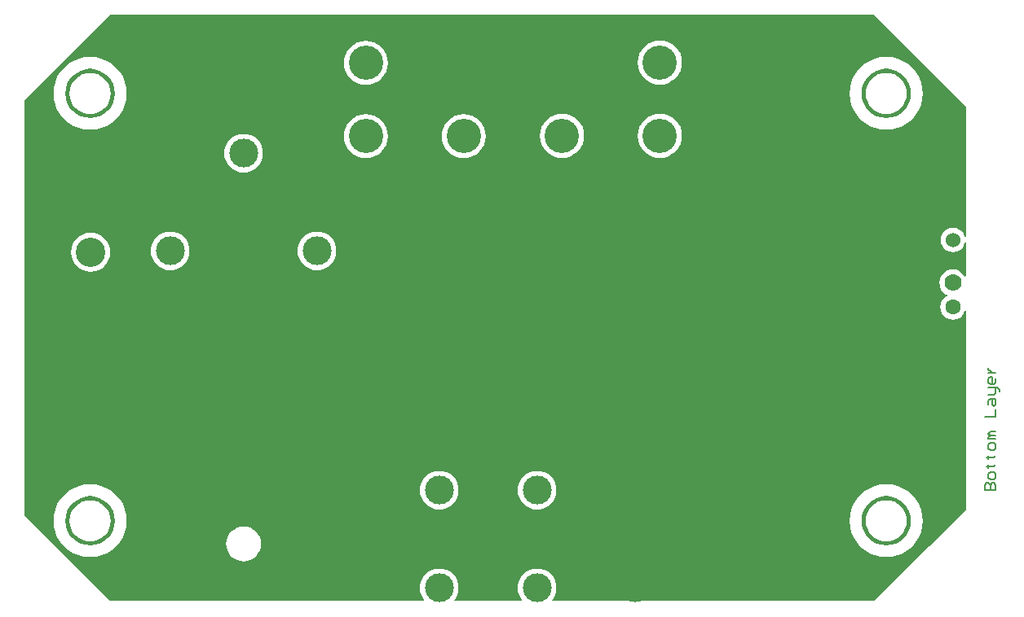
<source format=gbl>
%FSLAX23Y23*%
%MOIN*%
G70*
G01*
G75*
G04 Layer_Physical_Order=2*
G04 Layer_Color=16711680*
%ADD10C,0.150*%
%ADD11C,0.050*%
%ADD12C,0.120*%
%ADD13C,0.020*%
%ADD14C,0.005*%
%ADD15C,0.120*%
%ADD16C,0.063*%
%ADD17C,0.070*%
%ADD18C,0.060*%
%ADD19C,0.118*%
%ADD20C,0.118*%
%ADD21C,0.140*%
G36*
X3954Y2072D02*
Y2047D01*
Y1536D01*
X3949Y1536D01*
X3949Y1538D01*
X3944Y1550D01*
X3936Y1561D01*
X3925Y1569D01*
X3913Y1574D01*
X3900Y1575D01*
X3887Y1574D01*
X3875Y1569D01*
X3864Y1561D01*
X3856Y1550D01*
X3851Y1538D01*
X3850Y1525D01*
X3851Y1512D01*
X3856Y1500D01*
X3864Y1489D01*
X3875Y1481D01*
X3887Y1476D01*
X3900Y1475D01*
X3913Y1476D01*
X3925Y1481D01*
X3936Y1489D01*
X3944Y1500D01*
X3949Y1512D01*
X3949Y1514D01*
X3954Y1514D01*
Y1376D01*
X3949Y1375D01*
X3948Y1378D01*
X3939Y1389D01*
X3928Y1398D01*
X3914Y1404D01*
X3900Y1405D01*
X3886Y1404D01*
X3872Y1398D01*
X3861Y1389D01*
X3852Y1378D01*
X3846Y1364D01*
X3845Y1350D01*
X3846Y1336D01*
X3852Y1322D01*
X3861Y1311D01*
X3872Y1302D01*
X3876Y1301D01*
Y1296D01*
X3874Y1295D01*
X3863Y1287D01*
X3855Y1276D01*
X3850Y1263D01*
X3848Y1250D01*
X3850Y1237D01*
X3855Y1224D01*
X3863Y1213D01*
X3874Y1205D01*
X3887Y1200D01*
X3900Y1198D01*
X3913Y1200D01*
X3926Y1205D01*
X3937Y1213D01*
X3945Y1224D01*
X3949Y1234D01*
X3954Y1233D01*
Y422D01*
X3804Y272D01*
X3579Y47D01*
X2265D01*
X2262Y52D01*
X2266Y56D01*
X2273Y70D01*
X2278Y85D01*
X2279Y100D01*
X2278Y115D01*
X2273Y130D01*
X2266Y144D01*
X2256Y156D01*
X2244Y166D01*
X2230Y173D01*
X2215Y178D01*
X2200Y179D01*
X2185Y178D01*
X2170Y173D01*
X2156Y166D01*
X2144Y156D01*
X2134Y144D01*
X2127Y130D01*
X2122Y115D01*
X2121Y100D01*
X2122Y85D01*
X2127Y70D01*
X2134Y56D01*
X2138Y52D01*
X2135Y47D01*
X1865D01*
X1862Y52D01*
X1866Y56D01*
X1873Y70D01*
X1878Y85D01*
X1879Y100D01*
X1878Y115D01*
X1873Y130D01*
X1866Y144D01*
X1856Y156D01*
X1844Y166D01*
X1830Y173D01*
X1815Y178D01*
X1800Y179D01*
X1785Y178D01*
X1770Y173D01*
X1756Y166D01*
X1744Y156D01*
X1734Y144D01*
X1727Y130D01*
X1722Y115D01*
X1721Y100D01*
X1722Y85D01*
X1727Y70D01*
X1734Y56D01*
X1738Y52D01*
X1735Y47D01*
X454D01*
X404Y97D01*
X104Y397D01*
Y497D01*
Y2097D01*
X454Y2447D01*
X3579D01*
X3954Y2072D01*
D02*
G37*
%LPC*%
G36*
X700Y1559D02*
X685Y1558D01*
X670Y1553D01*
X656Y1546D01*
X644Y1536D01*
X634Y1524D01*
X627Y1510D01*
X622Y1495D01*
X621Y1480D01*
X622Y1465D01*
X627Y1450D01*
X634Y1436D01*
X644Y1424D01*
X656Y1414D01*
X670Y1407D01*
X685Y1402D01*
X700Y1401D01*
X715Y1402D01*
X730Y1407D01*
X744Y1414D01*
X756Y1424D01*
X766Y1436D01*
X773Y1450D01*
X778Y1465D01*
X779Y1480D01*
X778Y1495D01*
X773Y1510D01*
X766Y1524D01*
X756Y1536D01*
X744Y1546D01*
X730Y1553D01*
X715Y1558D01*
X700Y1559D01*
D02*
G37*
G36*
X1300Y1559D02*
X1285Y1558D01*
X1270Y1553D01*
X1256Y1546D01*
X1244Y1536D01*
X1234Y1524D01*
X1227Y1510D01*
X1222Y1495D01*
X1221Y1480D01*
X1222Y1465D01*
X1227Y1450D01*
X1234Y1436D01*
X1244Y1424D01*
X1256Y1414D01*
X1270Y1407D01*
X1285Y1402D01*
X1300Y1401D01*
X1315Y1402D01*
X1330Y1407D01*
X1344Y1414D01*
X1356Y1424D01*
X1366Y1436D01*
X1373Y1450D01*
X1378Y1465D01*
X1379Y1480D01*
X1378Y1495D01*
X1373Y1510D01*
X1366Y1524D01*
X1356Y1536D01*
X1344Y1546D01*
X1330Y1553D01*
X1315Y1558D01*
X1300Y1559D01*
D02*
G37*
G36*
X1000Y1959D02*
X985Y1958D01*
X970Y1953D01*
X956Y1946D01*
X944Y1936D01*
X934Y1924D01*
X927Y1910D01*
X922Y1895D01*
X921Y1880D01*
X922Y1865D01*
X927Y1850D01*
X934Y1836D01*
X944Y1824D01*
X956Y1814D01*
X970Y1807D01*
X985Y1802D01*
X1000Y1801D01*
X1015Y1802D01*
X1030Y1807D01*
X1044Y1814D01*
X1056Y1824D01*
X1066Y1836D01*
X1073Y1850D01*
X1078Y1865D01*
X1079Y1880D01*
X1078Y1895D01*
X1073Y1910D01*
X1066Y1924D01*
X1056Y1936D01*
X1044Y1946D01*
X1030Y1953D01*
X1015Y1958D01*
X1000Y1959D01*
D02*
G37*
G36*
X1500Y2040D02*
X1482Y2039D01*
X1465Y2034D01*
X1450Y2025D01*
X1436Y2014D01*
X1425Y2000D01*
X1416Y1985D01*
X1411Y1968D01*
X1410Y1950D01*
X1411Y1932D01*
X1416Y1915D01*
X1425Y1900D01*
X1436Y1886D01*
X1450Y1875D01*
X1465Y1866D01*
X1482Y1861D01*
X1500Y1860D01*
X1518Y1861D01*
X1535Y1866D01*
X1550Y1875D01*
X1564Y1886D01*
X1575Y1900D01*
X1584Y1915D01*
X1589Y1932D01*
X1590Y1950D01*
X1589Y1968D01*
X1584Y1985D01*
X1575Y2000D01*
X1564Y2014D01*
X1550Y2025D01*
X1535Y2034D01*
X1518Y2039D01*
X1500Y2040D01*
D02*
G37*
G36*
X375Y1555D02*
X359Y1554D01*
X344Y1549D01*
X330Y1542D01*
X318Y1532D01*
X308Y1520D01*
X301Y1506D01*
X296Y1491D01*
X295Y1475D01*
X296Y1459D01*
X301Y1444D01*
X308Y1430D01*
X318Y1418D01*
X330Y1408D01*
X344Y1401D01*
X359Y1396D01*
X375Y1395D01*
X391Y1396D01*
X406Y1401D01*
X420Y1408D01*
X432Y1418D01*
X442Y1430D01*
X449Y1444D01*
X454Y1459D01*
X455Y1475D01*
X454Y1491D01*
X449Y1506D01*
X442Y1520D01*
X432Y1532D01*
X420Y1542D01*
X406Y1549D01*
X391Y1554D01*
X375Y1555D01*
D02*
G37*
G36*
X373Y524D02*
X349Y523D01*
X326Y517D01*
X305Y508D01*
X285Y496D01*
X267Y481D01*
X252Y463D01*
X239Y443D01*
X230Y421D01*
X225Y398D01*
X223Y375D01*
X225Y352D01*
X230Y329D01*
X239Y307D01*
X252Y287D01*
X267Y269D01*
X285Y254D01*
X305Y242D01*
X326Y233D01*
X349Y227D01*
X373Y226D01*
X396Y227D01*
X419Y233D01*
X440Y242D01*
X460Y254D01*
X478Y269D01*
X493Y287D01*
X506Y307D01*
X515Y329D01*
X520Y352D01*
X522Y375D01*
X520Y398D01*
X515Y421D01*
X506Y443D01*
X493Y463D01*
X478Y481D01*
X460Y496D01*
X440Y508D01*
X419Y517D01*
X396Y523D01*
X373Y524D01*
D02*
G37*
G36*
X1000Y352D02*
X986Y350D01*
X973Y346D01*
X960Y339D01*
X949Y331D01*
X941Y320D01*
X934Y307D01*
X930Y294D01*
X928Y280D01*
X930Y266D01*
X934Y253D01*
X941Y240D01*
X949Y229D01*
X960Y221D01*
X973Y214D01*
X986Y210D01*
X1000Y208D01*
X1014Y210D01*
X1027Y214D01*
X1040Y221D01*
X1051Y229D01*
X1059Y240D01*
X1066Y253D01*
X1070Y266D01*
X1072Y280D01*
X1070Y294D01*
X1066Y307D01*
X1059Y320D01*
X1051Y331D01*
X1040Y339D01*
X1027Y346D01*
X1014Y350D01*
X1000Y352D01*
D02*
G37*
G36*
X3628Y524D02*
X3604Y523D01*
X3581Y517D01*
X3560Y508D01*
X3540Y496D01*
X3522Y481D01*
X3507Y463D01*
X3494Y443D01*
X3485Y421D01*
X3480Y398D01*
X3478Y375D01*
X3480Y352D01*
X3485Y329D01*
X3494Y307D01*
X3507Y287D01*
X3522Y269D01*
X3540Y254D01*
X3560Y242D01*
X3581Y233D01*
X3604Y227D01*
X3628Y226D01*
X3651Y227D01*
X3674Y233D01*
X3695Y242D01*
X3715Y254D01*
X3733Y269D01*
X3748Y287D01*
X3761Y307D01*
X3770Y329D01*
X3775Y352D01*
X3777Y375D01*
X3775Y398D01*
X3770Y421D01*
X3761Y443D01*
X3748Y463D01*
X3733Y481D01*
X3715Y496D01*
X3695Y508D01*
X3674Y517D01*
X3651Y523D01*
X3628Y524D01*
D02*
G37*
G36*
X1800Y579D02*
X1785Y578D01*
X1770Y573D01*
X1756Y566D01*
X1744Y556D01*
X1734Y544D01*
X1727Y530D01*
X1722Y515D01*
X1721Y500D01*
X1722Y485D01*
X1727Y470D01*
X1734Y456D01*
X1744Y444D01*
X1756Y434D01*
X1770Y427D01*
X1785Y422D01*
X1800Y421D01*
X1815Y422D01*
X1830Y427D01*
X1844Y434D01*
X1856Y444D01*
X1866Y456D01*
X1873Y470D01*
X1878Y485D01*
X1879Y500D01*
X1878Y515D01*
X1873Y530D01*
X1866Y544D01*
X1856Y556D01*
X1844Y566D01*
X1830Y573D01*
X1815Y578D01*
X1800Y579D01*
D02*
G37*
G36*
X2200Y579D02*
X2185Y578D01*
X2170Y573D01*
X2156Y566D01*
X2144Y556D01*
X2134Y544D01*
X2127Y530D01*
X2122Y515D01*
X2121Y500D01*
X2122Y485D01*
X2127Y470D01*
X2134Y456D01*
X2144Y444D01*
X2156Y434D01*
X2170Y427D01*
X2185Y422D01*
X2200Y421D01*
X2215Y422D01*
X2230Y427D01*
X2244Y434D01*
X2256Y444D01*
X2266Y456D01*
X2273Y470D01*
X2278Y485D01*
X2279Y500D01*
X2278Y515D01*
X2273Y530D01*
X2266Y544D01*
X2256Y556D01*
X2244Y566D01*
X2230Y573D01*
X2215Y578D01*
X2200Y579D01*
D02*
G37*
G36*
X3628Y2274D02*
X3604Y2273D01*
X3581Y2267D01*
X3560Y2258D01*
X3540Y2246D01*
X3522Y2231D01*
X3507Y2213D01*
X3494Y2193D01*
X3485Y2171D01*
X3480Y2148D01*
X3478Y2125D01*
X3480Y2102D01*
X3485Y2079D01*
X3494Y2057D01*
X3507Y2037D01*
X3522Y2019D01*
X3540Y2004D01*
X3560Y1992D01*
X3581Y1983D01*
X3604Y1977D01*
X3628Y1976D01*
X3651Y1977D01*
X3674Y1983D01*
X3695Y1992D01*
X3715Y2004D01*
X3733Y2019D01*
X3748Y2037D01*
X3761Y2057D01*
X3770Y2079D01*
X3775Y2102D01*
X3777Y2125D01*
X3775Y2148D01*
X3770Y2171D01*
X3761Y2193D01*
X3748Y2213D01*
X3733Y2231D01*
X3715Y2246D01*
X3695Y2258D01*
X3674Y2267D01*
X3651Y2273D01*
X3628Y2274D01*
D02*
G37*
G36*
X2702Y2341D02*
X2684Y2340D01*
X2667Y2335D01*
X2652Y2326D01*
X2638Y2315D01*
X2627Y2301D01*
X2618Y2286D01*
X2613Y2269D01*
X2612Y2251D01*
X2613Y2233D01*
X2618Y2216D01*
X2627Y2201D01*
X2638Y2187D01*
X2652Y2176D01*
X2667Y2167D01*
X2684Y2162D01*
X2702Y2161D01*
X2720Y2162D01*
X2737Y2167D01*
X2752Y2176D01*
X2766Y2187D01*
X2777Y2201D01*
X2786Y2216D01*
X2791Y2233D01*
X2792Y2251D01*
X2791Y2269D01*
X2786Y2286D01*
X2777Y2301D01*
X2766Y2315D01*
X2752Y2326D01*
X2737Y2335D01*
X2720Y2340D01*
X2702Y2341D01*
D02*
G37*
G36*
X1500Y2340D02*
X1482Y2339D01*
X1465Y2334D01*
X1450Y2325D01*
X1436Y2314D01*
X1425Y2300D01*
X1416Y2285D01*
X1411Y2268D01*
X1410Y2250D01*
X1411Y2232D01*
X1416Y2215D01*
X1425Y2200D01*
X1436Y2186D01*
X1450Y2175D01*
X1465Y2166D01*
X1482Y2161D01*
X1500Y2160D01*
X1518Y2161D01*
X1535Y2166D01*
X1550Y2175D01*
X1564Y2186D01*
X1575Y2200D01*
X1584Y2215D01*
X1589Y2232D01*
X1590Y2250D01*
X1589Y2268D01*
X1584Y2285D01*
X1575Y2300D01*
X1564Y2314D01*
X1550Y2325D01*
X1535Y2334D01*
X1518Y2339D01*
X1500Y2340D01*
D02*
G37*
G36*
X373Y2274D02*
X349Y2273D01*
X326Y2267D01*
X305Y2258D01*
X285Y2246D01*
X267Y2231D01*
X252Y2213D01*
X239Y2193D01*
X230Y2171D01*
X225Y2148D01*
X223Y2125D01*
X225Y2102D01*
X230Y2079D01*
X239Y2057D01*
X252Y2037D01*
X267Y2019D01*
X285Y2004D01*
X305Y1992D01*
X326Y1983D01*
X349Y1977D01*
X373Y1976D01*
X396Y1977D01*
X419Y1983D01*
X440Y1992D01*
X460Y2004D01*
X478Y2019D01*
X493Y2037D01*
X506Y2057D01*
X515Y2079D01*
X520Y2102D01*
X522Y2125D01*
X520Y2148D01*
X515Y2171D01*
X506Y2193D01*
X493Y2213D01*
X478Y2231D01*
X460Y2246D01*
X440Y2258D01*
X419Y2267D01*
X396Y2273D01*
X373Y2274D01*
D02*
G37*
G36*
X2302Y2041D02*
X2284Y2040D01*
X2267Y2035D01*
X2252Y2026D01*
X2238Y2015D01*
X2227Y2001D01*
X2218Y1986D01*
X2213Y1969D01*
X2212Y1951D01*
X2213Y1933D01*
X2218Y1916D01*
X2227Y1901D01*
X2238Y1887D01*
X2252Y1876D01*
X2267Y1867D01*
X2284Y1862D01*
X2302Y1861D01*
X2320Y1862D01*
X2337Y1867D01*
X2352Y1876D01*
X2366Y1887D01*
X2377Y1901D01*
X2386Y1916D01*
X2391Y1933D01*
X2392Y1951D01*
X2391Y1969D01*
X2386Y1986D01*
X2377Y2001D01*
X2366Y2015D01*
X2352Y2026D01*
X2337Y2035D01*
X2320Y2040D01*
X2302Y2041D01*
D02*
G37*
G36*
X1900Y2040D02*
X1882Y2039D01*
X1865Y2034D01*
X1850Y2025D01*
X1836Y2014D01*
X1825Y2000D01*
X1816Y1985D01*
X1811Y1968D01*
X1810Y1950D01*
X1811Y1932D01*
X1816Y1915D01*
X1825Y1900D01*
X1836Y1886D01*
X1850Y1875D01*
X1865Y1866D01*
X1882Y1861D01*
X1900Y1860D01*
X1918Y1861D01*
X1935Y1866D01*
X1950Y1875D01*
X1964Y1886D01*
X1975Y1900D01*
X1984Y1915D01*
X1989Y1932D01*
X1990Y1950D01*
X1989Y1968D01*
X1984Y1985D01*
X1975Y2000D01*
X1964Y2014D01*
X1950Y2025D01*
X1935Y2034D01*
X1918Y2039D01*
X1900Y2040D01*
D02*
G37*
G36*
X2702Y2041D02*
X2684Y2040D01*
X2667Y2035D01*
X2652Y2026D01*
X2638Y2015D01*
X2627Y2001D01*
X2618Y1986D01*
X2613Y1969D01*
X2612Y1951D01*
X2613Y1933D01*
X2618Y1916D01*
X2627Y1901D01*
X2638Y1887D01*
X2652Y1876D01*
X2667Y1867D01*
X2684Y1862D01*
X2702Y1861D01*
X2720Y1862D01*
X2737Y1867D01*
X2752Y1876D01*
X2766Y1887D01*
X2777Y1901D01*
X2786Y1916D01*
X2791Y1933D01*
X2792Y1951D01*
X2791Y1969D01*
X2786Y1986D01*
X2777Y2001D01*
X2766Y2015D01*
X2752Y2026D01*
X2737Y2035D01*
X2720Y2040D01*
X2702Y2041D01*
D02*
G37*
%LPD*%
G36*
X392Y474D02*
X411Y468D01*
X429Y459D01*
X444Y446D01*
X456Y431D01*
X466Y414D01*
X472Y395D01*
X473Y375D01*
X472Y355D01*
X466Y336D01*
X456Y319D01*
X444Y304D01*
X429Y291D01*
X411Y282D01*
X392Y276D01*
X373Y274D01*
X353Y276D01*
X334Y282D01*
X316Y291D01*
X301Y304D01*
X289Y319D01*
X279Y336D01*
X273Y355D01*
X272Y375D01*
X273Y395D01*
X279Y414D01*
X289Y431D01*
X301Y446D01*
X316Y459D01*
X334Y468D01*
X353Y474D01*
X373Y476D01*
X392Y474D01*
D02*
G37*
G36*
X3647D02*
X3666Y468D01*
X3684Y459D01*
X3699Y446D01*
X3711Y431D01*
X3721Y414D01*
X3727Y395D01*
X3728Y375D01*
X3727Y355D01*
X3721Y336D01*
X3711Y319D01*
X3699Y304D01*
X3684Y291D01*
X3666Y282D01*
X3647Y276D01*
X3628Y274D01*
X3608Y276D01*
X3589Y282D01*
X3571Y291D01*
X3556Y304D01*
X3544Y319D01*
X3534Y336D01*
X3528Y355D01*
X3527Y375D01*
X3528Y395D01*
X3534Y414D01*
X3544Y431D01*
X3556Y446D01*
X3571Y459D01*
X3589Y468D01*
X3608Y474D01*
X3628Y476D01*
X3647Y474D01*
D02*
G37*
G36*
X392Y2224D02*
X411Y2218D01*
X429Y2209D01*
X444Y2196D01*
X456Y2181D01*
X466Y2164D01*
X472Y2145D01*
X473Y2125D01*
X472Y2105D01*
X466Y2086D01*
X456Y2069D01*
X444Y2054D01*
X429Y2041D01*
X411Y2032D01*
X392Y2026D01*
X373Y2024D01*
X353Y2026D01*
X334Y2032D01*
X316Y2041D01*
X301Y2054D01*
X289Y2069D01*
X279Y2086D01*
X273Y2105D01*
X272Y2125D01*
X273Y2145D01*
X279Y2164D01*
X289Y2181D01*
X301Y2196D01*
X316Y2209D01*
X334Y2218D01*
X353Y2224D01*
X373Y2226D01*
X392Y2224D01*
D02*
G37*
G36*
X3647D02*
X3666Y2218D01*
X3684Y2209D01*
X3699Y2196D01*
X3711Y2181D01*
X3721Y2164D01*
X3727Y2145D01*
X3728Y2125D01*
X3727Y2105D01*
X3721Y2086D01*
X3711Y2069D01*
X3699Y2054D01*
X3684Y2041D01*
X3666Y2032D01*
X3647Y2026D01*
X3628Y2024D01*
X3608Y2026D01*
X3589Y2032D01*
X3571Y2041D01*
X3556Y2054D01*
X3544Y2069D01*
X3534Y2086D01*
X3528Y2105D01*
X3527Y2125D01*
X3528Y2145D01*
X3534Y2164D01*
X3544Y2181D01*
X3556Y2196D01*
X3571Y2209D01*
X3589Y2218D01*
X3608Y2224D01*
X3628Y2226D01*
X3647Y2224D01*
D02*
G37*
%LPC*%
G36*
X3628Y2209D02*
X3611Y2208D01*
X3595Y2203D01*
X3581Y2195D01*
X3568Y2185D01*
X3557Y2172D01*
X3550Y2157D01*
X3545Y2141D01*
X3543Y2125D01*
X3545Y2109D01*
X3550Y2093D01*
X3557Y2078D01*
X3568Y2065D01*
X3581Y2055D01*
X3595Y2047D01*
X3611Y2042D01*
X3628Y2041D01*
X3644Y2042D01*
X3660Y2047D01*
X3674Y2055D01*
X3687Y2065D01*
X3698Y2078D01*
X3705Y2093D01*
X3710Y2109D01*
X3712Y2125D01*
X3710Y2141D01*
X3705Y2157D01*
X3698Y2172D01*
X3687Y2185D01*
X3674Y2195D01*
X3660Y2203D01*
X3644Y2208D01*
X3628Y2209D01*
D02*
G37*
G36*
X373D02*
X356Y2208D01*
X340Y2203D01*
X326Y2195D01*
X313Y2185D01*
X302Y2172D01*
X295Y2157D01*
X290Y2141D01*
X288Y2125D01*
X290Y2109D01*
X295Y2093D01*
X302Y2078D01*
X313Y2065D01*
X326Y2055D01*
X340Y2047D01*
X356Y2042D01*
X373Y2041D01*
X389Y2042D01*
X405Y2047D01*
X419Y2055D01*
X432Y2065D01*
X443Y2078D01*
X450Y2093D01*
X455Y2109D01*
X457Y2125D01*
X455Y2141D01*
X450Y2157D01*
X443Y2172D01*
X432Y2185D01*
X419Y2195D01*
X405Y2203D01*
X389Y2208D01*
X373Y2209D01*
D02*
G37*
G36*
X3628Y459D02*
X3611Y458D01*
X3595Y453D01*
X3581Y445D01*
X3568Y435D01*
X3557Y422D01*
X3550Y407D01*
X3545Y391D01*
X3543Y375D01*
X3545Y359D01*
X3550Y343D01*
X3557Y328D01*
X3568Y315D01*
X3581Y305D01*
X3595Y297D01*
X3611Y292D01*
X3628Y291D01*
X3644Y292D01*
X3660Y297D01*
X3674Y305D01*
X3687Y315D01*
X3698Y328D01*
X3705Y343D01*
X3710Y359D01*
X3712Y375D01*
X3710Y391D01*
X3705Y407D01*
X3698Y422D01*
X3687Y435D01*
X3674Y445D01*
X3660Y453D01*
X3644Y458D01*
X3628Y459D01*
D02*
G37*
G36*
X373D02*
X356Y458D01*
X340Y453D01*
X326Y445D01*
X313Y435D01*
X302Y422D01*
X295Y407D01*
X290Y391D01*
X288Y375D01*
X290Y359D01*
X295Y343D01*
X302Y328D01*
X313Y315D01*
X326Y305D01*
X340Y297D01*
X356Y292D01*
X373Y291D01*
X389Y292D01*
X405Y297D01*
X419Y305D01*
X432Y315D01*
X443Y328D01*
X450Y343D01*
X455Y359D01*
X457Y375D01*
X455Y391D01*
X450Y407D01*
X443Y422D01*
X432Y435D01*
X419Y445D01*
X405Y453D01*
X389Y458D01*
X373Y459D01*
D02*
G37*
%LPD*%
D14*
X4030Y500D02*
X4075D01*
Y522D01*
X4068Y530D01*
X4060D01*
X4053Y522D01*
Y500D01*
Y522D01*
X4045Y530D01*
X4038D01*
X4030Y522D01*
Y500D01*
X4075Y552D02*
Y567D01*
X4068Y575D01*
X4053D01*
X4045Y567D01*
Y552D01*
X4053Y545D01*
X4068D01*
X4075Y552D01*
X4038Y597D02*
X4045D01*
Y590D01*
Y605D01*
Y597D01*
X4068D01*
X4075Y605D01*
X4038Y635D02*
X4045D01*
Y627D01*
Y642D01*
Y635D01*
X4068D01*
X4075Y642D01*
Y672D02*
Y687D01*
X4068Y695D01*
X4053D01*
X4045Y687D01*
Y672D01*
X4053Y665D01*
X4068D01*
X4075Y672D01*
Y710D02*
X4045D01*
Y717D01*
X4053Y725D01*
X4075D01*
X4053D01*
X4045Y732D01*
X4053Y740D01*
X4075D01*
X4030Y800D02*
X4075D01*
Y830D01*
X4045Y852D02*
Y867D01*
X4053Y875D01*
X4075D01*
Y852D01*
X4068Y845D01*
X4060Y852D01*
Y875D01*
X4045Y890D02*
X4068D01*
X4075Y897D01*
Y920D01*
X4082D01*
X4090Y912D01*
Y905D01*
X4075Y920D02*
X4045D01*
X4075Y957D02*
Y942D01*
X4068Y935D01*
X4053D01*
X4045Y942D01*
Y957D01*
X4053Y965D01*
X4060D01*
Y935D01*
X4045Y980D02*
X4075D01*
X4060D01*
X4053Y987D01*
X4045Y995D01*
Y1002D01*
D15*
X375Y875D02*
D03*
Y1475D02*
D03*
D16*
X3900Y1250D02*
D03*
D17*
Y1350D02*
D03*
D18*
Y1525D02*
D03*
X3500D02*
D03*
D19*
X1000Y1880D02*
D03*
X1300Y1480D02*
D03*
X2200Y100D02*
D03*
Y500D02*
D03*
D20*
X700Y1480D02*
D03*
X1800Y500D02*
D03*
Y100D02*
D03*
X2600D02*
D03*
Y500D02*
D03*
D21*
X1900Y2250D02*
D03*
X2302Y2251D02*
D03*
X1900Y1950D02*
D03*
X2302Y1951D02*
D03*
X1500Y2250D02*
D03*
X2702Y2251D02*
D03*
X1500Y1950D02*
D03*
X2702Y1951D02*
D03*
M02*

</source>
